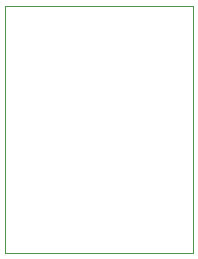
<source format=gbo>
G75*
%MOIN*%
%OFA0B0*%
%FSLAX24Y24*%
%IPPOS*%
%LPD*%
%AMOC8*
5,1,8,0,0,1.08239X$1,22.5*
%
%ADD10C,0.0000*%
D10*
X002767Y002517D02*
X002767Y010742D01*
X009043Y010742D01*
X009043Y002517D01*
X002767Y002517D01*
M02*

</source>
